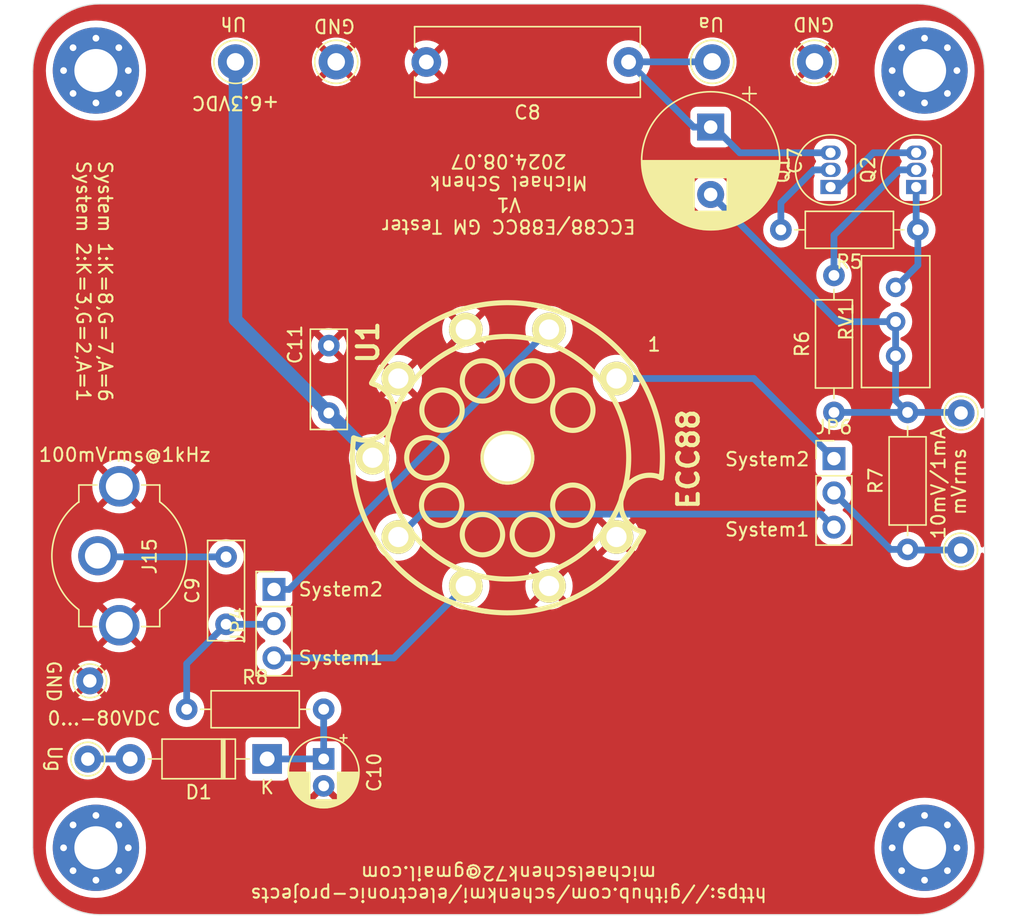
<source format=kicad_pcb>
(kicad_pcb (version 20240108) (generator "pcbnew") (generator_version "8.0")
  (layers (0 "F.Cu" signal) (31 "B.Cu" signal) (34 "B.Paste" user) (35 "F.Paste" user) (36 "B.SilkS" user "B.Silkscreen") (37 "F.SilkS" user "F.Silkscreen") (38 "B.Mask" user) (39 "F.Mask" user) (44 "Edge.Cuts" user))
  (net 0 "")
  (net 1 "VDDA")
  (net 2 "Net-(JP4-B)")
  (net 3 "Net-(J16-Pin_1)")
  (net 4 "FVCC")
  (net 5 "Net-(J15-In)")
  (net 6 "FGND")
  (net 7 "Net-(D1-K)")
  (net 8 "Net-(D1-A)")
  (net 9 "Net-(J17-Pin_1)")
  (net 10 "Net-(JP4-C)")
  (net 11 "Net-(JP4-A)")
  (net 12 "Net-(JP6-A)")
  (net 13 "Net-(JP6-B)")
  (net 14 "Net-(Q1-G)")
  (net 15 "Net-(Q1-S)")
  (net 16 "Net-(Q2-G)")
  (net 17 "Net-(Q2-S)")
  (footprint "MountingHole:MountingHole_3.2mm_M3_Pad_Via" (layer "F.Cu") (at 53.975 80.645)
    (property "Reference" "H1" (hide yes))
    (property "Value" "MountingHole")
    (pad "1" thru_hole circle (at -2.4 0) (size 0.8 0.8) (drill 0.5) (layers "*.Cu" "*.Mask"))
    (pad "1" thru_hole circle (at -1.697056 -1.697056) (size 0.8 0.8) (drill 0.5) (layers "*.Cu" "*.Mask"))
    (pad "1" thru_hole circle (at -1.697056 1.697056) (size 0.8 0.8) (drill 0.5) (layers "*.Cu" "*.Mask"))
    (pad "1" thru_hole circle (at 0 -2.4) (size 0.8 0.8) (drill 0.5) (layers "*.Cu" "*.Mask"))
    (pad "1" thru_hole circle (at 0 0) (size 6.4 6.4) (drill 3.2) (layers "*.Cu" "*.Mask"))
    (pad "1" thru_hole circle (at 0 2.4) (size 0.8 0.8) (drill 0.5) (layers "*.Cu" "*.Mask"))
    (pad "1" thru_hole circle (at 1.697056 -1.697056) (size 0.8 0.8) (drill 0.5) (layers "*.Cu" "*.Mask"))
    (pad "1" thru_hole circle (at 1.697056 1.697056) (size 0.8 0.8) (drill 0.5) (layers "*.Cu" "*.Mask"))
    (pad "1" thru_hole circle (at 2.4 0) (size 0.8 0.8) (drill 0.5) (layers "*.Cu" "*.Mask"))
  )
  (footprint "MountingHole:MountingHole_3.2mm_M3_Pad_Via" (layer "F.Cu") (at 53.975 138.29)
    (property "Reference" "H2" (hide yes))
    (property "Value" "MountingHole")
    (pad "1" thru_hole circle (at -2.4 0) (size 0.8 0.8) (drill 0.5) (layers "*.Cu" "*.Mask"))
    (pad "1" thru_hole circle (at -1.697056 -1.697056) (size 0.8 0.8) (drill 0.5) (layers "*.Cu" "*.Mask"))
    (pad "1" thru_hole circle (at -1.697056 1.697056) (size 0.8 0.8) (drill 0.5) (layers "*.Cu" "*.Mask"))
    (pad "1" thru_hole circle (at 0 -2.4) (size 0.8 0.8) (drill 0.5) (layers "*.Cu" "*.Mask"))
    (pad "1" thru_hole circle (at 0 0) (size 6.4 6.4) (drill 3.2) (layers "*.Cu" "*.Mask"))
    (pad "1" thru_hole circle (at 0 2.4) (size 0.8 0.8) (drill 0.5) (layers "*.Cu" "*.Mask"))
    (pad "1" thru_hole circle (at 1.697056 -1.697056) (size 0.8 0.8) (drill 0.5) (layers "*.Cu" "*.Mask"))
    (pad "1" thru_hole circle (at 1.697056 1.697056) (size 0.8 0.8) (drill 0.5) (layers "*.Cu" "*.Mask"))
    (pad "1" thru_hole circle (at 2.4 0) (size 0.8 0.8) (drill 0.5) (layers "*.Cu" "*.Mask"))
  )
  (footprint "MountingHole:MountingHole_3.2mm_M3_Pad_Via" (layer "F.Cu") (at 115.43 138.29)
    (property "Reference" "H3" (hide yes))
    (property "Value" "MountingHole")
    (pad "1" thru_hole circle (at -2.4 0) (size 0.8 0.8) (drill 0.5) (layers "*.Cu" "*.Mask"))
    (pad "1" thru_hole circle (at -1.697056 -1.697056) (size 0.8 0.8) (drill 0.5) (layers "*.Cu" "*.Mask"))
    (pad "1" thru_hole circle (at -1.697056 1.697056) (size 0.8 0.8) (drill 0.5) (layers "*.Cu" "*.Mask"))
    (pad "1" thru_hole circle (at 0 -2.4) (size 0.8 0.8) (drill 0.5) (layers "*.Cu" "*.Mask"))
    (pad "1" thru_hole circle (at 0 0) (size 6.4 6.4) (drill 3.2) (layers "*.Cu" "*.Mask"))
    (pad "1" thru_hole circle (at 0 2.4) (size 0.8 0.8) (drill 0.5) (layers "*.Cu" "*.Mask"))
    (pad "1" thru_hole circle (at 1.697056 -1.697056) (size 0.8 0.8) (drill 0.5) (layers "*.Cu" "*.Mask"))
    (pad "1" thru_hole circle (at 1.697056 1.697056) (size 0.8 0.8) (drill 0.5) (layers "*.Cu" "*.Mask"))
    (pad "1" thru_hole circle (at 2.4 0) (size 0.8 0.8) (drill 0.5) (layers "*.Cu" "*.Mask"))
  )
  (footprint "MountingHole:MountingHole_3.2mm_M3_Pad_Via" (layer "F.Cu") (at 115.43 80.645)
    (property "Reference" "H4" (hide yes))
    (property "Value" "MountingHole")
    (pad "1" thru_hole circle (at -2.4 0) (size 0.8 0.8) (drill 0.5) (layers "*.Cu" "*.Mask"))
    (pad "1" thru_hole circle (at -1.697056 -1.697056) (size 0.8 0.8) (drill 0.5) (layers "*.Cu" "*.Mask"))
    (pad "1" thru_hole circle (at -1.697056 1.697056) (size 0.8 0.8) (drill 0.5) (layers "*.Cu" "*.Mask"))
    (pad "1" thru_hole circle (at 0 -2.4) (size 0.8 0.8) (drill 0.5) (layers "*.Cu" "*.Mask"))
    (pad "1" thru_hole circle (at 0 0) (size 6.4 6.4) (drill 3.2) (layers "*.Cu" "*.Mask"))
    (pad "1" thru_hole circle (at 0 2.4) (size 0.8 0.8) (drill 0.5) (layers "*.Cu" "*.Mask"))
    (pad "1" thru_hole circle (at 1.697056 -1.697056) (size 0.8 0.8) (drill 0.5) (layers "*.Cu" "*.Mask"))
    (pad "1" thru_hole circle (at 1.697056 1.697056) (size 0.8 0.8) (drill 0.5) (layers "*.Cu" "*.Mask"))
    (pad "1" thru_hole circle (at 2.4 0) (size 0.8 0.8) (drill 0.5) (layers "*.Cu" "*.Mask"))
  )
  (footprint "Connector_Pin:Pin_D1.3mm_L11.0mm" (layer "F.Cu") (at 99.680335 79.997787)
    (property "Reference" "J5" (hide yes))
    (property "Value" "Conn_01x01")
    (pad "1" thru_hole circle (at 0 0) (size 2.6 2.6) (drill 1.3) (layers "*.Cu" "*.Mask") (net 1 "VDDA"))
  )
  (footprint "Connector_Pin:Pin_D1.3mm_L11.0mm" (layer "F.Cu") (at 107.267161 79.997787)
    (property "Reference" "J6" (hide yes))
    (property "Value" "Conn_01x01")
    (pad "1" thru_hole circle (at 0 0) (size 2.6 2.6) (drill 1.3) (layers "*.Cu" "*.Mask") (net 6 "FGND"))
  )
  (footprint "Connector_Pin:Pin_D1.3mm_L11.0mm" (layer "F.Cu") (at 64.324429 79.998773)
    (property "Reference" "J9" (hide yes))
    (property "Value" "Conn_01x01")
    (pad "1" thru_hole circle (at 0 0) (size 2.6 2.6) (drill 1.3) (layers "*.Cu" "*.Mask") (net 4 "FVCC"))
  )
  (footprint "Connector_Pin:Pin_D1.3mm_L11.0mm" (layer "F.Cu") (at 71.795848 79.998773)
    (property "Reference" "J10" (hide yes))
    (property "Value" "Conn_01x01")
    (pad "1" thru_hole circle (at 0 0) (size 2.6 2.6) (drill 1.3) (layers "*.Cu" "*.Mask") (net 6 "FGND"))
  )
  (footprint "Capacitor_THT:C_Rect_L7.2mm_W2.5mm_P5.00mm_FKS2_FKP2_MKS2_MKP2" (layer "F.Cu") (at 71.247 106.045 90)
    (property "Reference" "C11" (at 5.08 -2.5 90) (layer "F.SilkS"))
    (property "Value" "100nF")
    (pad "1" thru_hole circle (at 0 0 90) (size 1.6 1.6) (drill 0.8) (layers "*.Cu" "*.Mask") (net 4 "FVCC"))
    (pad "2" thru_hole circle (at 5 0 90) (size 1.6 1.6) (drill 0.8) (layers "*.Cu" "*.Mask") (net 6 "FGND"))
  )
  (footprint "w_vacuum:socket_gzc9-b" (layer "F.Cu") (at 84.4931 109.36224 90)
    (property "Reference" "U1" (at 8.5598 -10.3378 90) (layer "F.SilkS") (effects (font (size 1.524 1.524) (thickness 0.3048))))
    (property "Value" "ECC88" (at -0.11176 13.4239 90) (layer "F.SilkS") (effects (font (size 1.524 1.524) (thickness 0.3048))))
    (pad "" np_thru_hole circle (at 0 0 90) (size 3.49758 3.49758) (drill 3.49758) (layers "*.Cu" "*.Mask" "F.SilkS"))
    (pad "1" thru_hole circle (at 5.87756 8.0899 90) (size 2.49936 2.49936) (drill 1.4986) (layers "*.Cu" "*.Mask" "F.SilkS") (net 12 "Net-(JP6-A)"))
    (pad "2" thru_hole circle (at 9.50976 3.0861 90) (size 2.49936 2.49936) (drill 1.4986) (layers "*.Cu" "*.Mask" "F.SilkS") (net 11 "Net-(JP4-A)"))
    (pad "3" thru_hole circle (at 9.50976 -3.0861 90) (size 2.49936 2.49936) (drill 1.4986) (layers "*.Cu" "*.Mask" "F.SilkS") (net 6 "FGND"))
    (pad "4" thru_hole circle (at 5.87756 -8.0899 90) (size 2.49936 2.49936) (drill 1.4986) (layers "*.Cu" "*.Mask" "F.SilkS") (net 6 "FGND"))
    (pad "5" thru_hole circle (at 0 -9.99998 90) (size 2.49936 2.49936) (drill 1.4986) (layers "*.Cu" "*.Mask" "F.SilkS") (net 4 "FVCC"))
    (pad "6" thru_hole circle (at -5.87756 -8.0899 90) (size 2.49936 2.49936) (drill 1.4986) (layers "*.Cu" "*.Mask" "F.SilkS") (net 13 "Net-(JP6-B)"))
    (pad "7" thru_hole circle (at -9.50976 -3.0861 90) (size 2.49936 2.49936) (drill 1.4986) (layers "*.Cu" "*.Mask" "F.SilkS") (net 2 "Net-(JP4-B)"))
    (pad "8" thru_hole circle (at -9.50976 3.0861 90) (size 2.49936 2.49936) (drill 1.4986) (layers "*.Cu" "*.Mask" "F.SilkS") (net 6 "FGND"))
    (pad "9" thru_hole circle (at -5.87756 8.0899 90) (size 2.49936 2.49936) (drill 1.4986) (layers "*.Cu" "*.Mask" "F.SilkS") (net 6 "FGND"))
  )
  (footprint "Resistor_THT:R_Axial_DIN0207_L6.3mm_D2.5mm_P10.16mm_Horizontal" (layer "F.Cu") (at 60.706 128.016)
    (property "Reference" "R8" (at 5.08 -2.37 0) (layer "F.SilkS"))
    (property "Value" "220k/0.6W")
    (pad "1" thru_hole circle (at 0 0) (size 1.6 1.6) (drill 0.8) (layers "*.Cu" "*.Mask") (net 10 "Net-(JP4-C)"))
    (pad "2" thru_hole oval (at 10.16 0) (size 1.6 1.6) (drill 0.8) (layers "*.Cu" "*.Mask") (net 7 "Net-(D1-K)"))
  )
  (footprint "Resistor_THT:R_Axial_DIN0207_L6.3mm_D2.5mm_P10.16mm_Horizontal" (layer "F.Cu") (at 114.173 116.158932 90)
    (property "Reference" "R7" (at 5.08 -2.37 90) (layer "F.SilkS"))
    (property "Value" "10R/0.4W/0.1%")
    (pad "1" thru_hole circle (at 0 0 90) (size 1.6 1.6) (drill 0.8) (layers "*.Cu" "*.Mask") (net 9 "Net-(J17-Pin_1)"))
    (pad "2" thru_hole oval (at 10.16 0 90) (size 1.6 1.6) (drill 0.8) (layers "*.Cu" "*.Mask") (net 3 "Net-(J16-Pin_1)"))
  )
  (footprint "Connector_Pin:Pin_D1.0mm_L10.0mm" (layer "F.Cu") (at 118.139853 106.045)
    (property "Reference" "J16" (hide yes))
    (property "Value" "Conn_01x01")
    (pad "1" thru_hole circle (at 0 0) (size 2 2) (drill 1) (layers "*.Cu" "*.Mask") (net 3 "Net-(J16-Pin_1)"))
  )
  (footprint "kicad-snk:RCA-Phono_CUI-Devices_RCJ-02X_Vertical" (layer "F.Cu") (at 55.708587 116.631977 90)
    (property "Reference" "J15" (at -0.04 2.25 90) (layer "F.SilkS"))
    (property "Value" "100mVrms@1kHz")
    (pad "1" thru_hole circle (at 0 -1.6 90) (size 2.9 2.9) (drill 1.9) (layers "*.Cu" "*.Mask") (net 5 "Net-(J15-In)"))
    (pad "2" thru_hole circle (at -5.15 0 90) (size 3 3) (drill 2) (layers "*.Cu" "*.Mask") (net 6 "FGND"))
    (pad "2" thru_hole circle (at 5.15 0 90) (size 3 3) (drill 2) (layers "*.Cu" "*.Mask") (net 6 "FGND"))
  )
  (footprint "Connector_PinHeader_2.54mm:PinHeader_1x03_P2.54mm_Vertical" (layer "F.Cu") (at 67.183 119.126)
    (property "Reference" "JP4" (at -2.667 2.667 90) (layer "F.SilkS"))
    (property "Value" "Jumper_3_Open")
    (pad "1" thru_hole rect (at 0 0) (size 1.7 1.7) (drill 1) (layers "*.Cu" "*.Mask") (net 11 "Net-(JP4-A)"))
    (pad "2" thru_hole oval (at 0 2.54) (size 1.7 1.7) (drill 1) (layers "*.Cu" "*.Mask") (net 10 "Net-(JP4-C)"))
    (pad "3" thru_hole oval (at 0 5.08) (size 1.7 1.7) (drill 1) (layers "*.Cu" "*.Mask") (net 2 "Net-(JP4-B)"))
  )
  (footprint "Capacitor_THT:C_Rect_L7.2mm_W2.5mm_P5.00mm_FKS2_FKP2_MKS2_MKP2" (layer "F.Cu") (at 63.627 121.713 90)
    (property "Reference" "C9" (at 2.5 -2.5 90) (layer "F.SilkS"))
    (property "Value" "100nF")
    (pad "1" thru_hole circle (at 0 0 90) (size 1.6 1.6) (drill 0.8) (layers "*.Cu" "*.Mask") (net 10 "Net-(JP4-C)"))
    (pad "2" thru_hole circle (at 5 0 90) (size 1.6 1.6) (drill 0.8) (layers "*.Cu" "*.Mask") (net 5 "Net-(J15-In)"))
  )
  (footprint "Package_TO_SOT_THT:TO-92_Inline" (layer "F.Cu") (at 114.808 89.281 90)
    (property "Reference" "Q2" (at 1.27 -3.56 90) (layer "F.SilkS"))
    (property "Value" "DN2540N3-G")
    (pad "1" thru_hole rect (at 0 0 90) (size 1.05 1.5) (drill 0.75) (layers "*.Cu" "*.Mask") (net 17 "Net-(Q2-S)"))
    (pad "2" thru_hole oval (at 1.27 0 90) (size 1.05 1.5) (drill 0.75) (layers "*.Cu" "*.Mask") (net 16 "Net-(Q2-G)"))
    (pad "3" thru_hole oval (at 2.54 0 90) (size 1.05 1.5) (drill 0.75) (layers "*.Cu" "*.Mask") (net 15 "Net-(Q1-S)"))
  )
  (footprint "Capacitor_THT:CP_Radial_D10.0mm_P5.00mm" (layer "F.Cu") (at 99.568 84.836 -90)
    (property "Reference" "C7" (at 2.5 -6.25 90) (layer "F.SilkS"))
    (property "Value" "4.7uF/400V")
    (pad "1" thru_hole rect (at 0 0 270) (size 2 2) (drill 1) (layers "*.Cu" "*.Mask") (net 1 "VDDA"))
    (pad "2" thru_hole circle (at 5 0 270) (size 2 2) (drill 1) (layers "*.Cu" "*.Mask") (net 3 "Net-(J16-Pin_1)"))
  )
  (footprint "Connector_Pin:Pin_D1.0mm_L10.0mm" (layer "F.Cu") (at 53.373768 131.713)
    (property "Reference" "J18" (hide yes))
    (property "Value" "~")
    (pad "1" thru_hole circle (at 0 0) (size 2 2) (drill 1) (layers "*.Cu" "*.Mask") (net 8 "Net-(D1-A)"))
  )
  (footprint "Diode_THT:D_DO-41_SOD81_P10.16mm_Horizontal" (layer "F.Cu") (at 66.675 131.699 180)
    (property "Reference" "D1" (at 5.08 -2.47 0) (layer "F.SilkS"))
    (property "Value" "1N4007")
    (fp_text user "K" (at 0 -2.1 0) (layer "F.SilkS"))
    (pad "1" thru_hole rect (at 0 0 180) (size 2.2 2.2) (drill 1.1) (layers "*.Cu" "*.Mask") (net 7 "Net-(D1-K)"))
    (pad "2" thru_hole oval (at 10.16 0 180) (size 2.2 2.2) (drill 1.1) (layers "*.Cu" "*.Mask") (net 8 "Net-(D1-A)"))
  )
  (footprint "Resistor_THT:R_Axial_DIN0207_L6.3mm_D2.5mm_P10.16mm_Horizontal" (layer "F.Cu") (at 108.712 105.998932 90)
    (property "Reference" "R6" (at 5.08 -2.37 90) (layer "F.SilkS"))
    (property "Value" "1k/0.6W")
    (pad "1" thru_hole circle (at 0 0 90) (size 1.6 1.6) (drill 0.8) (layers "*.Cu" "*.Mask") (net 3 "Net-(J16-Pin_1)"))
    (pad "2" thru_hole oval (at 10.16 0 90) (size 1.6 1.6) (drill 0.8) (layers "*.Cu" "*.Mask") (net 16 "Net-(Q2-G)"))
  )
  (footprint "Resistor_THT:R_Axial_DIN0207_L6.3mm_D2.5mm_P10.16mm_Horizontal" (layer "F.Cu") (at 114.935 92.456 180)
    (property "Reference" "R5" (at 5.08 -2.37 0) (layer "F.SilkS"))
    (property "Value" "1k/0.6W")
    (pad "1" thru_hole circle (at 0 0 180) (size 1.6 1.6) (drill 0.8) (layers "*.Cu" "*.Mask") (net 17 "Net-(Q2-S)"))
    (pad "2" thru_hole oval (at 10.16 0 180) (size 1.6 1.6) (drill 0.8) (layers "*.Cu" "*.Mask") (net 14 "Net-(Q1-G)"))
  )
  (footprint "Capacitor_THT:CP_Radial_D5.0mm_P2.00mm" (layer "F.Cu") (at 70.866 131.699 -90)
    (property "Reference" "C10" (at 1 -3.75 90) (layer "F.SilkS"))
    (property "Value" "1uF/100V")
    (pad "1" thru_hole rect (at 0 0 270) (size 1.6 1.6) (drill 0.8) (layers "*.Cu" "*.Mask") (net 7 "Net-(D1-K)"))
    (pad "2" thru_hole circle (at 2 0 270) (size 1.6 1.6) (drill 0.8) (layers "*.Cu" "*.Mask") (net 6 "FGND"))
  )
  (footprint "Connector_Pin:Pin_D1.0mm_L10.0mm" (layer "F.Cu") (at 53.519812 125.9078)
    (property "Reference" "J19" (hide yes))
    (property "Value" "~")
    (pad "1" thru_hole circle (at 0 0) (size 2 2) (drill 1) (layers "*.Cu" "*.Mask") (net 6 "FGND"))
  )
  (footprint "Connector_Pin:Pin_D1.0mm_L10.0mm" (layer "F.Cu") (at 118.11 116.205)
    (property "Reference" "J17" (hide yes))
    (property "Value" "Conn_01x01")
    (pad "1" thru_hole circle (at 0 0) (size 2 2) (drill 1) (layers "*.Cu" "*.Mask") (net 9 "Net-(J17-Pin_1)"))
  )
  (footprint "Capacitor_THT:C_Rect_L16.5mm_W5.0mm_P15.00mm_MKT" (layer "F.Cu") (at 93.479 80.01 180)
    (property "Reference" "C8" (at 7.5 -3.75 0) (layer "F.SilkS"))
    (property "Value" "100nF")
    (pad "1" thru_hole circle (at 0 0 180) (size 2.2 2.2) (drill 1.1) (layers "*.Cu" "*.Mask") (net 1 "VDDA"))
    (pad "2" thru_hole circle (at 15 0 180) (size 2.2 2.2) (drill 1.1) (layers "*.Cu" "*.Mask") (net 6 "FGND"))
  )
  (footprint "Connector_PinHeader_2.54mm:PinHeader_1x03_P2.54mm_Vertical" (layer "F.Cu") (at 108.712 109.427932)
    (property "Reference" "JP6" (at 0 -2.33 0) (layer "F.SilkS"))
    (property "Value" "Jumper_3_Open")
    (pad "1" thru_hole rect (at 0 0) (size 1.7 1.7) (drill 1) (layers "*.Cu" "*.Mask") (net 12 "Net-(JP6-A)"))
    (pad "2" thru_hole oval (at 0 2.54) (size 1.7 1.7) (drill 1) (layers "*.Cu" "*.Mask") (net 9 "Net-(J17-Pin_1)"))
    (pad "3" thru_hole oval (at 0 5.08) (size 1.7 1.7) (drill 1) (layers "*.Cu" "*.Mask") (net 13 "Net-(JP6-B)"))
  )
  (footprint "Potentiometer_THT:Potentiometer_Bourns_3296W_Vertical" (layer "F.Cu") (at 113.284 96.727932 90)
    (property "Reference" "RV1" (at -2.54 -3.66 90) (layer "F.SilkS"))
    (property "Value" "2k")
    (pad "1" thru_hole circle (at 0 0 90) (size 1.44 1.44) (drill 0.8) (layers "*.Cu" "*.Mask") (net 17 "Net-(Q2-S)"))
    (pad "2" thru_hole circle (at -2.54 0 90) (size 1.44 1.44) (drill 0.8) (layers "*.Cu" "*.Mask") (net 3 "Net-(J16-Pin_1)"))
    (pad "3" thru_hole circle (at -5.08 0 90) (size 1.44 1.44) (drill 0.8) (layers "*.Cu" "*.Mask") (net 3 "Net-(J16-Pin_1)"))
  )
  (footprint "Package_TO_SOT_THT:TO-92_Inline" (layer "F.Cu") (at 108.458 89.281 90)
    (property "Reference" "Q1" (at 1.27 -3.56 90) (layer "F.SilkS"))
    (property "Value" "DN2540N3-G")
    (pad "1" thru_hole rect (at 0 0 90) (size 1.05 1.5) (drill 0.75) (layers "*.Cu" "*.Mask") (net 15 "Net-(Q1-S)"))
    (pad "2" thru_hole oval (at 1.27 0 90) (size 1.05 1.5) (drill 0.75) (layers "*.Cu" "*.Mask") (net 14 "Net-(Q1-G)"))
    (pad "3" thru_hole oval (at 2.54 0 90) (size 1.05 1.5) (drill 0.75) (layers "*.Cu" "*.Mask") (net 1 "VDDA"))
  )
  (gr_line (start 54.276 75.692) (end 114.888 75.692) (stroke (width 0.05)) (layer "Edge.Cuts"))
  (gr_arc (start 114.888 75.692) (mid 118.423534 77.156466) (end 119.888 80.692) (stroke (width 0.05)) (layer "Edge.Cuts"))
  (gr_arc (start 54.276 143.256) (mid 50.740466 141.791534) (end 49.276 138.256) (stroke (width 0.05)) (layer "Edge.Cuts"))
  (gr_line (start 49.276 138.256) (end 49.276 80.692) (stroke (width 0.05)) (layer "Edge.Cuts"))
  (gr_arc (start 49.276 80.692) (mid 50.740466 77.156466) (end 54.276 75.692) (stroke (width 0.05)) (layer "Edge.Cuts"))
  (gr_arc (start 119.888 138.256) (mid 118.423534 141.791534) (end 114.888 143.256) (stroke (width 0.05)) (layer "Edge.Cuts"))
  (gr_line (start 114.888 143.256) (end 54.276 143.256) (stroke (width 0.05)) (layer "Edge.Cuts"))
  (gr_line (start 119.888 80.692) (end 119.888 138.256) (stroke (width 0.05)) (layer "Edge.Cuts"))
  (gr_text "GND" (at 50.841121 125.94169 270) (layer "F.SilkS") (effects (font (size 1 1))))
  (gr_text "+6.3VDC" (at 64.324429 83.046773 180) (layer "F.SilkS") (effects (font (size 1 1))))
  (gr_text "GND" (at 107.215296 77.203787 180) (layer "F.SilkS") (effects (font (size 1 1))))
  (gr_text "GND" (at 71.668848 77.331773 180) (layer "F.SilkS") (effects (font (size 1 1))))
  (gr_text "0...-80VDC" (at 50.292 129.286 0) (layer "F.SilkS") (effects (font (size 1 1)) (justify left bottom)))
  (gr_text "Uh" (at 64.175848 77.189639 180) (layer "F.SilkS") (effects (font (size 1 1))))
  (gr_text "Ua" (at 99.595296 77.203787 180) (layer "F.SilkS") (effects (font (size 1 1))))
  (gr_text "ECC88/E88CC GM Tester\nV1\nMichael Schenk\n2024.08.07" (at 84.582 89.789 180) (layer "F.SilkS") (effects (font (size 1 1))))
  (gr_text "System2" (at 103.759 109.474 0) (layer "F.SilkS") (effects (font (size 1 1))))
  (gr_text "mVrms" (at 117.983 111.125 90) (layer "F.SilkS") (effects (font (size 1 1))))
  (gr_text "Ug" (at 50.909088 131.699 270) (layer "F.SilkS") (effects (font (size 1 1))))
  (gr_text "System1" (at 103.759 114.681 0) (layer "F.SilkS") (effects (font (size 1 1))))
  (gr_text "https://github.com/schenkmi/electronic-projects\nmichaelschenk72@gmail.com" (at 84.582 140.97 -180) (layer "F.SilkS") (effects (font (size 1 1))))
  (gr_text "1" (at 95.377 100.965 0) (layer "F.SilkS") (effects (font (size 1 1))))
  (gr_text "10mV/1mA" (at 116.459 111.252 90) (layer "F.SilkS") (effects (font (size 1 1))))
  (gr_text "System1" (at 72.136 124.206 0) (layer "F.SilkS") (effects (font (size 1 1))))
  (gr_text "System 1:K=8,G=7,A=6\nSystem 2:K=3,G=2,A=1" (at 53.848 87.249 270) (layer "F.SilkS") (effects (font (size 1 1)) (justify left)))
  (gr_text "System2" (at 72.136 119.126 0) (layer "F.SilkS") (effects (font (size 1 1))))
  (gr_text "100mVrms@1kHz" (at 49.657 109.728 0) (layer "F.SilkS") (effects (font (size 1 1)) (justify left bottom)))
  (segment (start 101.727 86.741) (end 108.458 86.741) (width 0.5) (layer "B.Cu") (net 1))
  (segment (start 93.491213 79.997787) (end 93.479 80.01) (width 0.5) (layer "B.Cu") (net 1))
  (segment (start 99.680335 79.997787) (end 93.491213 79.997787) (width 0.5) (layer "B.Cu") (net 1))
  (segment (start 99.822 84.836) (end 101.727 86.741) (width 0.5) (layer "B.Cu") (net 1))
  (segment (start 93.479 80.01) (end 98.305 84.836) (width 0.5) (layer "B.Cu") (net 1))
  (segment (start 99.568 84.836) (end 99.822 84.836) (width 0.5) (layer "B.Cu") (net 1))
  (segment (start 98.305 84.836) (end 99.568 84.836) (width 0.5) (layer "B.Cu") (net 1))
  (segment (start 76.073 124.206) (end 67.183 124.206) (width 0.5) (layer "B.Cu") (net 2))
  (segment (start 81.407 118.999) (end 81.407 118.872) (width 0.5) (layer "B.Cu") (net 2))
  (segment (start 81.407 118.872) (end 76.073 124.206) (width 0.5) (layer "B.Cu") (net 2))
  (segment (start 113.284 101.807932) (end 113.284 105.109932) (width 0.5) (layer "B.Cu") (net 3))
  (segment (start 118.093785 105.998932) (end 118.139853 106.045) (width 0.5) (layer "B.Cu") (net 3))
  (segment (start 114.173 105.998932) (end 118.093785 105.998932) (width 0.5) (layer "B.Cu") (net 3))
  (segment (start 113.284 99.267932) (end 108.999932 99.267932) (width 0.5) (layer "B.Cu") (net 3))
  (segment (start 113.284 99.267932) (end 113.284 101.807932) (width 0.5) (layer "B.Cu") (net 3))
  (segment (start 108.999932 99.267932) (end 99.568 89.836) (width 0.5) (layer "B.Cu") (net 3))
  (segment (start 113.284 105.109932) (end 114.173 105.998932) (width 0.5) (layer "B.Cu") (net 3))
  (segment (start 108.712 105.998932) (end 114.173 105.998932) (width 0.5) (layer "B.Cu") (net 3))
  (segment (start 74.49312 109.29112) (end 71.247 106.045) (width 1) (layer "B.Cu") (net 4))
  (segment (start 71.247 106.045) (end 64.324429 99.122429) (width 1) (layer "B.Cu") (net 4))
  (segment (start 64.324429 99.122429) (end 64.324429 79.998773) (width 1) (layer "B.Cu") (net 4))
  (segment (start 74.49312 109.36224) (end 74.49312 109.29112) (width 1) (layer "B.Cu") (net 4))
  (segment (start 54.18961 116.713) (end 54.108587 116.631977) (width 0.5) (layer "B.Cu") (net 5))
  (segment (start 63.627 116.713) (end 54.18961 116.713) (width 0.5) (layer "B.Cu") (net 5))
  (segment (start 70.866 128.016) (end 70.866 131.699) (width 0.5) (layer "B.Cu") (net 7))
  (segment (start 70.866 131.699) (end 66.675 131.699) (width 0.5) (layer "B.Cu") (net 7))
  (segment (start 53.387768 131.699) (end 53.373768 131.713) (width 0.5) (layer "B.Cu") (net 8))
  (segment (start 56.515 131.699) (end 53.387768 131.699) (width 0.5) (layer "B.Cu") (net 8))
  (segment (start 112.903 116.158932) (end 108.712 111.967932) (width 0.5) (layer "B.Cu") (net 9))
  (segment (start 118.11 116.205) (end 114.219068 116.205) (width 0.5) (layer "B.Cu") (net 9))
  (segment (start 114.219068 116.205) (end 114.173 116.158932) (width 0.5) (layer "B.Cu") (net 9))
  (segment (start 114.173 116.158932) (end 112.903 116.158932) (width 0.5) (layer "B.Cu") (net 9))
  (segment (start 67.136 121.713) (end 67.183 121.666) (width 0.5) (layer "B.Cu") (net 10))
  (segment (start 60.706 124.634) (end 63.627 121.713) (width 0.5) (layer "B.Cu") (net 10))
  (segment (start 63.627 121.713) (end 67.136 121.713) (width 0.5) (layer "B.Cu") (net 10))
  (segment (start 60.706 128.016) (end 60.706 124.634) (width 0.5) (layer "B.Cu") (net 10))
  (segment (start 68.30568 119.126) (end 87.5792 99.85248) (width 0.5) (layer "B.Cu") (net 11))
  (segment (start 67.183 119.126) (end 68.30568 119.126) (width 0.5) (layer "B.Cu") (net 11))
  (segment (start 102.768748 103.48468) (end 108.712 109.427932) (width 0.5) (layer "B.Cu") (net 12))
  (segment (start 92.583 103.48468) (end 102.768748 103.48468) (width 0.5) (layer "B.Cu") (net 12))
  (segment (start 107.744188 113.54012) (end 108.712 114.507932) (width 0.5) (layer "B.Cu") (net 13))
  (segment (start 78.10288 113.54012) (end 107.744188 113.54012) (width 0.5) (layer "B.Cu") (net 13))
  (segment (start 76.4032 115.2398) (end 78.10288 113.54012) (width 0.5) (layer "B.Cu") (net 13))
  (segment (start 107.208 88.011) (end 108.458 88.011) (width 0.5) (layer "B.Cu") (net 14))
  (segment (start 104.775 90.444) (end 107.208 88.011) (width 0.5) (layer "B.Cu") (net 14))
  (segment (start 104.775 92.456) (end 104.775 90.444) (width 0.5) (layer "B.Cu") (net 14))
  (segment (start 109.093 89.281) (end 111.633 86.741) (width 0.5) (layer "B.Cu") (net 15))
  (segment (start 108.458 89.281) (end 109.093 89.281) (width 0.5) (layer "B.Cu") (net 15))
  (segment (start 111.633 86.741) (end 114.808 86.741) (width 0.5) (layer "B.Cu") (net 15))
  (segment (start 113.558 88.011) (end 108.712 92.857) (width 0.5) (layer "B.Cu") (net 16))
  (segment (start 114.808 88.011) (end 113.558 88.011) (width 0.5) (layer "B.Cu") (net 16))
  (segment (start 108.712 92.857) (end 108.712 95.838932) (width 0.5) (layer "B.Cu") (net 16))
  (segment (start 114.808 92.329) (end 114.935 92.456) (width 0.5) (layer "B.Cu") (net 17))
  (segment (start 114.808 89.281) (end 114.808 92.329) (width 0.5) (layer "B.Cu") (net 17))
  (segment (start 114.935 95.076932) (end 113.284 96.727932) (width 0.5) (layer "B.Cu") (net 17))
  (segment (start 114.935 92.456) (end 114.935 95.076932) (width 0.5) (layer "B.Cu") (net 17))
  (zone (net 6) (net_name "FGND") (layer "F.Cu") (connect_pads (clearance 0.508)) (min_thickness 0.25) (fill yes (thermal_gap 0.5) (thermal_bridge_width 0.5))
    (polygon (pts (xy 49.276 75.692) (xy 119.888 75.692) (xy 119.888 143.256) (xy 49.276 143.256)))
  )
)
</source>
